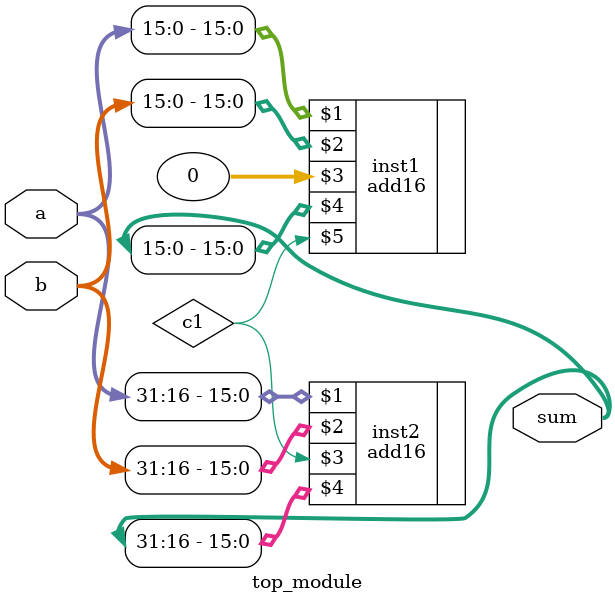
<source format=v>
/*
	You are given a module add16 that performs a 16-bit addition. Instantiate two of them to create a 32-bit adder. One
    add16 module computes the lower 16 bits of the addition result, while the second add16 module computes the upper 16
    bits of the result, after receiving the carry-out from the first adder. Your 32-bit adder does not need to handle
    carry-in (assume 0) or carry-out (ignored), but the internal modules need to in order to function correctly. (In
    other words, the add16 module performs 16-bit a + b + cin, while your module performs 32-bit a + b).\
    Connect the modules together as shown in the diagram below. The provided module add16 has the following
    declaration:\
    module add16 ( input[15:0] a, input[15:0] b, input cin, output[15:0] sum, output cout );
 */

module top_module(
input [31:0] a,
input [31:0] b,
output [31:0] sum
);

	wire c1;
	add16 inst1(a[15:0], b[15:0],0,sum[15:0], c1);
	add16 inst2(a[31:16], b[31:16],c1,sum[31:16]);
	// add16 inst2(.a(a[31:16]), .b(b[31:16]),.cin(c1),.sum(sum[31:16]));
endmodule
</source>
